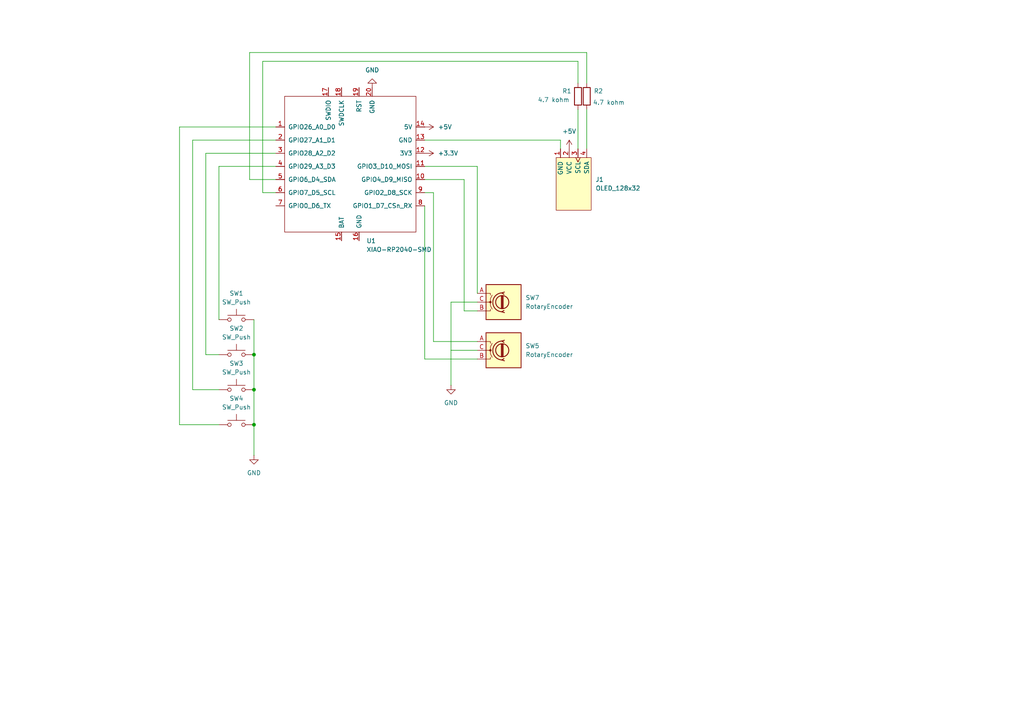
<source format=kicad_sch>
(kicad_sch
	(version 20250114)
	(generator "eeschema")
	(generator_version "9.0")
	(uuid "1273d0e5-d1d8-4738-bf7e-6ebad20e0469")
	(paper "A4")
	(lib_symbols
		(symbol "Device:R"
			(pin_numbers
				(hide yes)
			)
			(pin_names
				(offset 0)
			)
			(exclude_from_sim no)
			(in_bom yes)
			(on_board yes)
			(property "Reference" "R"
				(at 2.032 0 90)
				(effects
					(font
						(size 1.27 1.27)
					)
				)
			)
			(property "Value" "R"
				(at 0 0 90)
				(effects
					(font
						(size 1.27 1.27)
					)
				)
			)
			(property "Footprint" ""
				(at -1.778 0 90)
				(effects
					(font
						(size 1.27 1.27)
					)
					(hide yes)
				)
			)
			(property "Datasheet" "~"
				(at 0 0 0)
				(effects
					(font
						(size 1.27 1.27)
					)
					(hide yes)
				)
			)
			(property "Description" "Resistor"
				(at 0 0 0)
				(effects
					(font
						(size 1.27 1.27)
					)
					(hide yes)
				)
			)
			(property "ki_keywords" "R res resistor"
				(at 0 0 0)
				(effects
					(font
						(size 1.27 1.27)
					)
					(hide yes)
				)
			)
			(property "ki_fp_filters" "R_*"
				(at 0 0 0)
				(effects
					(font
						(size 1.27 1.27)
					)
					(hide yes)
				)
			)
			(symbol "R_0_1"
				(rectangle
					(start -1.016 -2.54)
					(end 1.016 2.54)
					(stroke
						(width 0.254)
						(type default)
					)
					(fill
						(type none)
					)
				)
			)
			(symbol "R_1_1"
				(pin passive line
					(at 0 3.81 270)
					(length 1.27)
					(name "~"
						(effects
							(font
								(size 1.27 1.27)
							)
						)
					)
					(number "1"
						(effects
							(font
								(size 1.27 1.27)
							)
						)
					)
				)
				(pin passive line
					(at 0 -3.81 90)
					(length 1.27)
					(name "~"
						(effects
							(font
								(size 1.27 1.27)
							)
						)
					)
					(number "2"
						(effects
							(font
								(size 1.27 1.27)
							)
						)
					)
				)
			)
			(embedded_fonts no)
		)
		(symbol "Device:RotaryEncoder"
			(pin_names
				(offset 0.254)
				(hide yes)
			)
			(exclude_from_sim no)
			(in_bom yes)
			(on_board yes)
			(property "Reference" "SW"
				(at 0 6.604 0)
				(effects
					(font
						(size 1.27 1.27)
					)
				)
			)
			(property "Value" "RotaryEncoder"
				(at 0 -6.604 0)
				(effects
					(font
						(size 1.27 1.27)
					)
				)
			)
			(property "Footprint" ""
				(at -3.81 4.064 0)
				(effects
					(font
						(size 1.27 1.27)
					)
					(hide yes)
				)
			)
			(property "Datasheet" "~"
				(at 0 6.604 0)
				(effects
					(font
						(size 1.27 1.27)
					)
					(hide yes)
				)
			)
			(property "Description" "Rotary encoder, dual channel, incremental quadrate outputs"
				(at 0 0 0)
				(effects
					(font
						(size 1.27 1.27)
					)
					(hide yes)
				)
			)
			(property "ki_keywords" "rotary switch encoder"
				(at 0 0 0)
				(effects
					(font
						(size 1.27 1.27)
					)
					(hide yes)
				)
			)
			(property "ki_fp_filters" "RotaryEncoder*"
				(at 0 0 0)
				(effects
					(font
						(size 1.27 1.27)
					)
					(hide yes)
				)
			)
			(symbol "RotaryEncoder_0_1"
				(rectangle
					(start -5.08 5.08)
					(end 5.08 -5.08)
					(stroke
						(width 0.254)
						(type default)
					)
					(fill
						(type background)
					)
				)
				(polyline
					(pts
						(xy -5.08 2.54) (xy -3.81 2.54) (xy -3.81 2.032)
					)
					(stroke
						(width 0)
						(type default)
					)
					(fill
						(type none)
					)
				)
				(polyline
					(pts
						(xy -5.08 0) (xy -3.81 0) (xy -3.81 -1.016) (xy -3.302 -2.032)
					)
					(stroke
						(width 0)
						(type default)
					)
					(fill
						(type none)
					)
				)
				(polyline
					(pts
						(xy -5.08 -2.54) (xy -3.81 -2.54) (xy -3.81 -2.032)
					)
					(stroke
						(width 0)
						(type default)
					)
					(fill
						(type none)
					)
				)
				(polyline
					(pts
						(xy -4.318 0) (xy -3.81 0) (xy -3.81 1.016) (xy -3.302 2.032)
					)
					(stroke
						(width 0)
						(type default)
					)
					(fill
						(type none)
					)
				)
				(circle
					(center -3.81 0)
					(radius 0.254)
					(stroke
						(width 0)
						(type default)
					)
					(fill
						(type outline)
					)
				)
				(polyline
					(pts
						(xy -0.635 -1.778) (xy -0.635 1.778)
					)
					(stroke
						(width 0.254)
						(type default)
					)
					(fill
						(type none)
					)
				)
				(circle
					(center -0.381 0)
					(radius 1.905)
					(stroke
						(width 0.254)
						(type default)
					)
					(fill
						(type none)
					)
				)
				(polyline
					(pts
						(xy -0.381 -1.778) (xy -0.381 1.778)
					)
					(stroke
						(width 0.254)
						(type default)
					)
					(fill
						(type none)
					)
				)
				(arc
					(start -0.381 -2.794)
					(mid -3.0988 -0.0635)
					(end -0.381 2.667)
					(stroke
						(width 0.254)
						(type default)
					)
					(fill
						(type none)
					)
				)
				(polyline
					(pts
						(xy -0.127 1.778) (xy -0.127 -1.778)
					)
					(stroke
						(width 0.254)
						(type default)
					)
					(fill
						(type none)
					)
				)
				(polyline
					(pts
						(xy 0.254 2.921) (xy -0.508 2.667) (xy 0.127 2.286)
					)
					(stroke
						(width 0.254)
						(type default)
					)
					(fill
						(type none)
					)
				)
				(polyline
					(pts
						(xy 0.254 -3.048) (xy -0.508 -2.794) (xy 0.127 -2.413)
					)
					(stroke
						(width 0.254)
						(type default)
					)
					(fill
						(type none)
					)
				)
			)
			(symbol "RotaryEncoder_1_1"
				(pin passive line
					(at -7.62 2.54 0)
					(length 2.54)
					(name "A"
						(effects
							(font
								(size 1.27 1.27)
							)
						)
					)
					(number "A"
						(effects
							(font
								(size 1.27 1.27)
							)
						)
					)
				)
				(pin passive line
					(at -7.62 0 0)
					(length 2.54)
					(name "C"
						(effects
							(font
								(size 1.27 1.27)
							)
						)
					)
					(number "C"
						(effects
							(font
								(size 1.27 1.27)
							)
						)
					)
				)
				(pin passive line
					(at -7.62 -2.54 0)
					(length 2.54)
					(name "B"
						(effects
							(font
								(size 1.27 1.27)
							)
						)
					)
					(number "B"
						(effects
							(font
								(size 1.27 1.27)
							)
						)
					)
				)
			)
			(embedded_fonts no)
		)
		(symbol "Hackpad:XIAO-RP2040-SMD"
			(pin_names
				(offset 1.016)
			)
			(exclude_from_sim no)
			(in_bom yes)
			(on_board yes)
			(property "Reference" "U"
				(at -18.542 23.114 0)
				(effects
					(font
						(size 1.27 1.27)
					)
				)
			)
			(property "Value" "XIAO-RP2040-SMD"
				(at -8.382 21.336 0)
				(effects
					(font
						(size 1.27 1.27)
					)
				)
			)
			(property "Footprint" ""
				(at -8.89 5.08 0)
				(effects
					(font
						(size 1.27 1.27)
					)
					(hide yes)
				)
			)
			(property "Datasheet" ""
				(at -8.89 5.08 0)
				(effects
					(font
						(size 1.27 1.27)
					)
					(hide yes)
				)
			)
			(property "Description" ""
				(at 0 0 0)
				(effects
					(font
						(size 1.27 1.27)
					)
					(hide yes)
				)
			)
			(symbol "XIAO-RP2040-SMD_0_1"
				(rectangle
					(start 19.05 -19.05)
					(end -19.05 20.32)
					(stroke
						(width 0)
						(type default)
					)
					(fill
						(type none)
					)
				)
			)
			(symbol "XIAO-RP2040-SMD_1_1"
				(pin passive line
					(at -21.59 11.43 0)
					(length 2.54)
					(name "GPIO26_A0_D0"
						(effects
							(font
								(size 1.27 1.27)
							)
						)
					)
					(number "1"
						(effects
							(font
								(size 1.27 1.27)
							)
						)
					)
				)
				(pin passive line
					(at -21.59 7.62 0)
					(length 2.54)
					(name "GPIO27_A1_D1"
						(effects
							(font
								(size 1.27 1.27)
							)
						)
					)
					(number "2"
						(effects
							(font
								(size 1.27 1.27)
							)
						)
					)
				)
				(pin passive line
					(at -21.59 3.81 0)
					(length 2.54)
					(name "GPIO28_A2_D2"
						(effects
							(font
								(size 1.27 1.27)
							)
						)
					)
					(number "3"
						(effects
							(font
								(size 1.27 1.27)
							)
						)
					)
				)
				(pin passive line
					(at -21.59 0 0)
					(length 2.54)
					(name "GPIO29_A3_D3"
						(effects
							(font
								(size 1.27 1.27)
							)
						)
					)
					(number "4"
						(effects
							(font
								(size 1.27 1.27)
							)
						)
					)
				)
				(pin passive line
					(at -21.59 -3.81 0)
					(length 2.54)
					(name "GPIO6_D4_SDA"
						(effects
							(font
								(size 1.27 1.27)
							)
						)
					)
					(number "5"
						(effects
							(font
								(size 1.27 1.27)
							)
						)
					)
				)
				(pin passive line
					(at -21.59 -7.62 0)
					(length 2.54)
					(name "GPIO7_D5_SCL"
						(effects
							(font
								(size 1.27 1.27)
							)
						)
					)
					(number "6"
						(effects
							(font
								(size 1.27 1.27)
							)
						)
					)
				)
				(pin passive line
					(at -21.59 -11.43 0)
					(length 2.54)
					(name "GPIO0_D6_TX"
						(effects
							(font
								(size 1.27 1.27)
							)
						)
					)
					(number "7"
						(effects
							(font
								(size 1.27 1.27)
							)
						)
					)
				)
				(pin passive line
					(at -6.35 22.86 270)
					(length 2.54)
					(name "SWDIO"
						(effects
							(font
								(size 1.27 1.27)
							)
						)
					)
					(number "17"
						(effects
							(font
								(size 1.27 1.27)
							)
						)
					)
				)
				(pin passive line
					(at -2.54 22.86 270)
					(length 2.54)
					(name "SWDCLK"
						(effects
							(font
								(size 1.27 1.27)
							)
						)
					)
					(number "18"
						(effects
							(font
								(size 1.27 1.27)
							)
						)
					)
				)
				(pin passive line
					(at -2.54 -21.59 90)
					(length 2.54)
					(name "BAT"
						(effects
							(font
								(size 1.27 1.27)
							)
						)
					)
					(number "15"
						(effects
							(font
								(size 1.27 1.27)
							)
						)
					)
				)
				(pin passive line
					(at 2.54 22.86 270)
					(length 2.54)
					(name "RST"
						(effects
							(font
								(size 1.27 1.27)
							)
						)
					)
					(number "19"
						(effects
							(font
								(size 1.27 1.27)
							)
						)
					)
				)
				(pin passive line
					(at 2.54 -21.59 90)
					(length 2.54)
					(name "GND"
						(effects
							(font
								(size 1.27 1.27)
							)
						)
					)
					(number "16"
						(effects
							(font
								(size 1.27 1.27)
							)
						)
					)
				)
				(pin passive line
					(at 6.35 22.86 270)
					(length 2.54)
					(name "GND"
						(effects
							(font
								(size 1.27 1.27)
							)
						)
					)
					(number "20"
						(effects
							(font
								(size 1.27 1.27)
							)
						)
					)
				)
				(pin passive line
					(at 21.59 11.43 180)
					(length 2.54)
					(name "5V"
						(effects
							(font
								(size 1.27 1.27)
							)
						)
					)
					(number "14"
						(effects
							(font
								(size 1.27 1.27)
							)
						)
					)
				)
				(pin passive line
					(at 21.59 7.62 180)
					(length 2.54)
					(name "GND"
						(effects
							(font
								(size 1.27 1.27)
							)
						)
					)
					(number "13"
						(effects
							(font
								(size 1.27 1.27)
							)
						)
					)
				)
				(pin passive line
					(at 21.59 3.81 180)
					(length 2.54)
					(name "3V3"
						(effects
							(font
								(size 1.27 1.27)
							)
						)
					)
					(number "12"
						(effects
							(font
								(size 1.27 1.27)
							)
						)
					)
				)
				(pin passive line
					(at 21.59 0 180)
					(length 2.54)
					(name "GPIO3_D10_MOSI"
						(effects
							(font
								(size 1.27 1.27)
							)
						)
					)
					(number "11"
						(effects
							(font
								(size 1.27 1.27)
							)
						)
					)
				)
				(pin passive line
					(at 21.59 -3.81 180)
					(length 2.54)
					(name "GPIO4_D9_MISO"
						(effects
							(font
								(size 1.27 1.27)
							)
						)
					)
					(number "10"
						(effects
							(font
								(size 1.27 1.27)
							)
						)
					)
				)
				(pin passive line
					(at 21.59 -7.62 180)
					(length 2.54)
					(name "GPIO2_D8_SCK"
						(effects
							(font
								(size 1.27 1.27)
							)
						)
					)
					(number "9"
						(effects
							(font
								(size 1.27 1.27)
							)
						)
					)
				)
				(pin passive line
					(at 21.59 -11.43 180)
					(length 2.54)
					(name "GPIO1_D7_CSn_RX"
						(effects
							(font
								(size 1.27 1.27)
							)
						)
					)
					(number "8"
						(effects
							(font
								(size 1.27 1.27)
							)
						)
					)
				)
			)
			(embedded_fonts no)
		)
		(symbol "ScottoKeebs:OLED_128x32"
			(pin_names
				(offset 1.016)
			)
			(exclude_from_sim no)
			(in_bom yes)
			(on_board yes)
			(property "Reference" "J"
				(at 0 -6.35 0)
				(effects
					(font
						(size 1.27 1.27)
					)
				)
			)
			(property "Value" "OLED_128x32"
				(at 0 6.35 0)
				(effects
					(font
						(size 1.27 1.27)
					)
				)
			)
			(property "Footprint" "ScottoKeebs_Components:OLED_128x32"
				(at 0 8.89 0)
				(effects
					(font
						(size 1.27 1.27)
					)
					(hide yes)
				)
			)
			(property "Datasheet" ""
				(at 0 1.27 0)
				(effects
					(font
						(size 1.27 1.27)
					)
					(hide yes)
				)
			)
			(property "Description" ""
				(at 0 0 0)
				(effects
					(font
						(size 1.27 1.27)
					)
					(hide yes)
				)
			)
			(symbol "OLED_128x32_0_1"
				(rectangle
					(start 0 5.08)
					(end 15.24 -5.08)
					(stroke
						(width 0)
						(type default)
					)
					(fill
						(type background)
					)
				)
			)
			(symbol "OLED_128x32_1_1"
				(pin bidirectional line
					(at -2.54 3.81 0)
					(length 2.54)
					(name "SDA"
						(effects
							(font
								(size 1.27 1.27)
							)
						)
					)
					(number "4"
						(effects
							(font
								(size 1.27 1.27)
							)
						)
					)
				)
				(pin input clock
					(at -2.54 1.27 0)
					(length 2.54)
					(name "SCL"
						(effects
							(font
								(size 1.27 1.27)
							)
						)
					)
					(number "3"
						(effects
							(font
								(size 1.27 1.27)
							)
						)
					)
				)
				(pin power_in line
					(at -2.54 -1.27 0)
					(length 2.54)
					(name "VCC"
						(effects
							(font
								(size 1.27 1.27)
							)
						)
					)
					(number "2"
						(effects
							(font
								(size 1.27 1.27)
							)
						)
					)
				)
				(pin power_in line
					(at -2.54 -3.81 0)
					(length 2.54)
					(name "GND"
						(effects
							(font
								(size 1.27 1.27)
							)
						)
					)
					(number "1"
						(effects
							(font
								(size 1.27 1.27)
							)
						)
					)
				)
			)
			(embedded_fonts no)
		)
		(symbol "Switch:SW_Push"
			(pin_numbers
				(hide yes)
			)
			(pin_names
				(offset 1.016)
				(hide yes)
			)
			(exclude_from_sim no)
			(in_bom yes)
			(on_board yes)
			(property "Reference" "SW"
				(at 1.27 2.54 0)
				(effects
					(font
						(size 1.27 1.27)
					)
					(justify left)
				)
			)
			(property "Value" "SW_Push"
				(at 0 -1.524 0)
				(effects
					(font
						(size 1.27 1.27)
					)
				)
			)
			(property "Footprint" ""
				(at 0 5.08 0)
				(effects
					(font
						(size 1.27 1.27)
					)
					(hide yes)
				)
			)
			(property "Datasheet" "~"
				(at 0 5.08 0)
				(effects
					(font
						(size 1.27 1.27)
					)
					(hide yes)
				)
			)
			(property "Description" "Push button switch, generic, two pins"
				(at 0 0 0)
				(effects
					(font
						(size 1.27 1.27)
					)
					(hide yes)
				)
			)
			(property "ki_keywords" "switch normally-open pushbutton push-button"
				(at 0 0 0)
				(effects
					(font
						(size 1.27 1.27)
					)
					(hide yes)
				)
			)
			(symbol "SW_Push_0_1"
				(circle
					(center -2.032 0)
					(radius 0.508)
					(stroke
						(width 0)
						(type default)
					)
					(fill
						(type none)
					)
				)
				(polyline
					(pts
						(xy 0 1.27) (xy 0 3.048)
					)
					(stroke
						(width 0)
						(type default)
					)
					(fill
						(type none)
					)
				)
				(circle
					(center 2.032 0)
					(radius 0.508)
					(stroke
						(width 0)
						(type default)
					)
					(fill
						(type none)
					)
				)
				(polyline
					(pts
						(xy 2.54 1.27) (xy -2.54 1.27)
					)
					(stroke
						(width 0)
						(type default)
					)
					(fill
						(type none)
					)
				)
				(pin passive line
					(at -5.08 0 0)
					(length 2.54)
					(name "1"
						(effects
							(font
								(size 1.27 1.27)
							)
						)
					)
					(number "1"
						(effects
							(font
								(size 1.27 1.27)
							)
						)
					)
				)
				(pin passive line
					(at 5.08 0 180)
					(length 2.54)
					(name "2"
						(effects
							(font
								(size 1.27 1.27)
							)
						)
					)
					(number "2"
						(effects
							(font
								(size 1.27 1.27)
							)
						)
					)
				)
			)
			(embedded_fonts no)
		)
		(symbol "power:+3.3V"
			(power)
			(pin_numbers
				(hide yes)
			)
			(pin_names
				(offset 0)
				(hide yes)
			)
			(exclude_from_sim no)
			(in_bom yes)
			(on_board yes)
			(property "Reference" "#PWR"
				(at 0 -3.81 0)
				(effects
					(font
						(size 1.27 1.27)
					)
					(hide yes)
				)
			)
			(property "Value" "+3.3V"
				(at 0 3.556 0)
				(effects
					(font
						(size 1.27 1.27)
					)
				)
			)
			(property "Footprint" ""
				(at 0 0 0)
				(effects
					(font
						(size 1.27 1.27)
					)
					(hide yes)
				)
			)
			(property "Datasheet" ""
				(at 0 0 0)
				(effects
					(font
						(size 1.27 1.27)
					)
					(hide yes)
				)
			)
			(property "Description" "Power symbol creates a global label with name \"+3.3V\""
				(at 0 0 0)
				(effects
					(font
						(size 1.27 1.27)
					)
					(hide yes)
				)
			)
			(property "ki_keywords" "global power"
				(at 0 0 0)
				(effects
					(font
						(size 1.27 1.27)
					)
					(hide yes)
				)
			)
			(symbol "+3.3V_0_1"
				(polyline
					(pts
						(xy -0.762 1.27) (xy 0 2.54)
					)
					(stroke
						(width 0)
						(type default)
					)
					(fill
						(type none)
					)
				)
				(polyline
					(pts
						(xy 0 2.54) (xy 0.762 1.27)
					)
					(stroke
						(width 0)
						(type default)
					)
					(fill
						(type none)
					)
				)
				(polyline
					(pts
						(xy 0 0) (xy 0 2.54)
					)
					(stroke
						(width 0)
						(type default)
					)
					(fill
						(type none)
					)
				)
			)
			(symbol "+3.3V_1_1"
				(pin power_in line
					(at 0 0 90)
					(length 0)
					(name "~"
						(effects
							(font
								(size 1.27 1.27)
							)
						)
					)
					(number "1"
						(effects
							(font
								(size 1.27 1.27)
							)
						)
					)
				)
			)
			(embedded_fonts no)
		)
		(symbol "power:+5V"
			(power)
			(pin_numbers
				(hide yes)
			)
			(pin_names
				(offset 0)
				(hide yes)
			)
			(exclude_from_sim no)
			(in_bom yes)
			(on_board yes)
			(property "Reference" "#PWR"
				(at 0 -3.81 0)
				(effects
					(font
						(size 1.27 1.27)
					)
					(hide yes)
				)
			)
			(property "Value" "+5V"
				(at 0 3.556 0)
				(effects
					(font
						(size 1.27 1.27)
					)
				)
			)
			(property "Footprint" ""
				(at 0 0 0)
				(effects
					(font
						(size 1.27 1.27)
					)
					(hide yes)
				)
			)
			(property "Datasheet" ""
				(at 0 0 0)
				(effects
					(font
						(size 1.27 1.27)
					)
					(hide yes)
				)
			)
			(property "Description" "Power symbol creates a global label with name \"+5V\""
				(at 0 0 0)
				(effects
					(font
						(size 1.27 1.27)
					)
					(hide yes)
				)
			)
			(property "ki_keywords" "global power"
				(at 0 0 0)
				(effects
					(font
						(size 1.27 1.27)
					)
					(hide yes)
				)
			)
			(symbol "+5V_0_1"
				(polyline
					(pts
						(xy -0.762 1.27) (xy 0 2.54)
					)
					(stroke
						(width 0)
						(type default)
					)
					(fill
						(type none)
					)
				)
				(polyline
					(pts
						(xy 0 2.54) (xy 0.762 1.27)
					)
					(stroke
						(width 0)
						(type default)
					)
					(fill
						(type none)
					)
				)
				(polyline
					(pts
						(xy 0 0) (xy 0 2.54)
					)
					(stroke
						(width 0)
						(type default)
					)
					(fill
						(type none)
					)
				)
			)
			(symbol "+5V_1_1"
				(pin power_in line
					(at 0 0 90)
					(length 0)
					(name "~"
						(effects
							(font
								(size 1.27 1.27)
							)
						)
					)
					(number "1"
						(effects
							(font
								(size 1.27 1.27)
							)
						)
					)
				)
			)
			(embedded_fonts no)
		)
		(symbol "power:GND"
			(power)
			(pin_numbers
				(hide yes)
			)
			(pin_names
				(offset 0)
				(hide yes)
			)
			(exclude_from_sim no)
			(in_bom yes)
			(on_board yes)
			(property "Reference" "#PWR"
				(at 0 -6.35 0)
				(effects
					(font
						(size 1.27 1.27)
					)
					(hide yes)
				)
			)
			(property "Value" "GND"
				(at 0 -3.81 0)
				(effects
					(font
						(size 1.27 1.27)
					)
				)
			)
			(property "Footprint" ""
				(at 0 0 0)
				(effects
					(font
						(size 1.27 1.27)
					)
					(hide yes)
				)
			)
			(property "Datasheet" ""
				(at 0 0 0)
				(effects
					(font
						(size 1.27 1.27)
					)
					(hide yes)
				)
			)
			(property "Description" "Power symbol creates a global label with name \"GND\" , ground"
				(at 0 0 0)
				(effects
					(font
						(size 1.27 1.27)
					)
					(hide yes)
				)
			)
			(property "ki_keywords" "global power"
				(at 0 0 0)
				(effects
					(font
						(size 1.27 1.27)
					)
					(hide yes)
				)
			)
			(symbol "GND_0_1"
				(polyline
					(pts
						(xy 0 0) (xy 0 -1.27) (xy 1.27 -1.27) (xy 0 -2.54) (xy -1.27 -1.27) (xy 0 -1.27)
					)
					(stroke
						(width 0)
						(type default)
					)
					(fill
						(type none)
					)
				)
			)
			(symbol "GND_1_1"
				(pin power_in line
					(at 0 0 270)
					(length 0)
					(name "~"
						(effects
							(font
								(size 1.27 1.27)
							)
						)
					)
					(number "1"
						(effects
							(font
								(size 1.27 1.27)
							)
						)
					)
				)
			)
			(embedded_fonts no)
		)
	)
	(junction
		(at 73.66 102.87)
		(diameter 0)
		(color 0 0 0 0)
		(uuid "547da3d2-b4da-445f-aa12-aeb13b17d031")
	)
	(junction
		(at 73.66 123.19)
		(diameter 0)
		(color 0 0 0 0)
		(uuid "86ec0108-6421-4355-b14f-8c14beb2eed4")
	)
	(junction
		(at 73.66 113.03)
		(diameter 0)
		(color 0 0 0 0)
		(uuid "bb9e0d72-0557-45ba-9deb-d714ed2ac5cd")
	)
	(wire
		(pts
			(xy 52.07 36.83) (xy 80.01 36.83)
		)
		(stroke
			(width 0)
			(type default)
		)
		(uuid "02c73790-94e7-418d-b3a3-c41284bbab0d")
	)
	(wire
		(pts
			(xy 125.73 99.06) (xy 138.43 99.06)
		)
		(stroke
			(width 0)
			(type default)
		)
		(uuid "0625f144-f0b2-4f20-ae5b-ebb2fefd8ba0")
	)
	(wire
		(pts
			(xy 138.43 85.09) (xy 138.43 48.26)
		)
		(stroke
			(width 0)
			(type default)
		)
		(uuid "14bc91ae-9bbe-4fd0-a1fd-fc6879bb64ad")
	)
	(wire
		(pts
			(xy 167.64 17.78) (xy 167.64 24.13)
		)
		(stroke
			(width 0)
			(type default)
		)
		(uuid "1566a6a3-bda2-4e83-9f58-ceda4c7f76cb")
	)
	(wire
		(pts
			(xy 73.66 102.87) (xy 73.66 113.03)
		)
		(stroke
			(width 0)
			(type default)
		)
		(uuid "15df1719-6e8a-428f-a830-1b5444d261b1")
	)
	(wire
		(pts
			(xy 72.39 52.07) (xy 80.01 52.07)
		)
		(stroke
			(width 0)
			(type default)
		)
		(uuid "213b6110-dc12-4612-bacb-0e8381f88eb3")
	)
	(wire
		(pts
			(xy 123.19 40.64) (xy 162.56 40.64)
		)
		(stroke
			(width 0)
			(type default)
		)
		(uuid "2bca8afd-f08d-495f-9a34-8d7d623168ba")
	)
	(wire
		(pts
			(xy 55.88 40.64) (xy 80.01 40.64)
		)
		(stroke
			(width 0)
			(type default)
		)
		(uuid "2e8099db-442b-4cd3-9702-5a66f2278507")
	)
	(wire
		(pts
			(xy 55.88 40.64) (xy 55.88 113.03)
		)
		(stroke
			(width 0)
			(type default)
		)
		(uuid "33fab002-9ee9-4247-9984-0dc44d1f4983")
	)
	(wire
		(pts
			(xy 72.39 15.24) (xy 72.39 52.07)
		)
		(stroke
			(width 0)
			(type default)
		)
		(uuid "38496290-0478-402d-841e-70828e374ece")
	)
	(wire
		(pts
			(xy 134.62 90.17) (xy 134.62 52.07)
		)
		(stroke
			(width 0)
			(type default)
		)
		(uuid "3e7bf910-9c65-4d6d-9774-0ad23c529488")
	)
	(wire
		(pts
			(xy 170.18 31.75) (xy 170.18 43.18)
		)
		(stroke
			(width 0)
			(type default)
		)
		(uuid "494e5b4d-32ad-4ccf-9cad-bc225f01faa8")
	)
	(wire
		(pts
			(xy 73.66 92.71) (xy 73.66 102.87)
		)
		(stroke
			(width 0)
			(type default)
		)
		(uuid "49663aa3-5916-411b-b8d2-753953146df9")
	)
	(wire
		(pts
			(xy 63.5 48.26) (xy 63.5 92.71)
		)
		(stroke
			(width 0)
			(type default)
		)
		(uuid "50c80dfc-d278-4e39-aa07-b7ae8e80d541")
	)
	(wire
		(pts
			(xy 125.73 99.06) (xy 125.73 55.88)
		)
		(stroke
			(width 0)
			(type default)
		)
		(uuid "5439f249-4d91-4813-9b47-96b50f1291af")
	)
	(wire
		(pts
			(xy 130.81 87.63) (xy 138.43 87.63)
		)
		(stroke
			(width 0)
			(type default)
		)
		(uuid "5b881be7-4bdb-438f-98c4-3ac950e677b3")
	)
	(wire
		(pts
			(xy 76.2 17.78) (xy 76.2 55.88)
		)
		(stroke
			(width 0)
			(type default)
		)
		(uuid "6357b131-1255-4f18-9466-46e2e398da30")
	)
	(wire
		(pts
			(xy 170.18 15.24) (xy 170.18 24.13)
		)
		(stroke
			(width 0)
			(type default)
		)
		(uuid "63bfb7fd-f3f3-4874-8c50-fcc3c3ccd7ce")
	)
	(wire
		(pts
			(xy 59.69 44.45) (xy 59.69 102.87)
		)
		(stroke
			(width 0)
			(type default)
		)
		(uuid "72c25905-0972-484c-9e8e-1cb8b685ee9f")
	)
	(wire
		(pts
			(xy 63.5 48.26) (xy 80.01 48.26)
		)
		(stroke
			(width 0)
			(type default)
		)
		(uuid "91f33494-8709-48c0-9b3d-a4e45e7533ec")
	)
	(wire
		(pts
			(xy 59.69 44.45) (xy 80.01 44.45)
		)
		(stroke
			(width 0)
			(type default)
		)
		(uuid "947ff3b3-5fc6-4ba6-8530-c6dd1bd52fa1")
	)
	(wire
		(pts
			(xy 73.66 123.19) (xy 73.66 132.08)
		)
		(stroke
			(width 0)
			(type default)
		)
		(uuid "979a441d-f218-430f-b005-bbf156bc4082")
	)
	(wire
		(pts
			(xy 73.66 113.03) (xy 73.66 123.19)
		)
		(stroke
			(width 0)
			(type default)
		)
		(uuid "9802adec-7877-40aa-8d5f-8f1763a1513c")
	)
	(wire
		(pts
			(xy 170.18 15.24) (xy 72.39 15.24)
		)
		(stroke
			(width 0)
			(type default)
		)
		(uuid "9fc63ac9-4226-491f-abc9-47c5ef5c7d92")
	)
	(wire
		(pts
			(xy 125.73 55.88) (xy 123.19 55.88)
		)
		(stroke
			(width 0)
			(type default)
		)
		(uuid "a2e9214c-9a42-4292-afa0-493e998d2a27")
	)
	(wire
		(pts
			(xy 130.803 101.6) (xy 130.803 111.76)
		)
		(stroke
			(width 0)
			(type default)
		)
		(uuid "b210e85b-e9eb-4ddf-b826-af0f2e05629e")
	)
	(wire
		(pts
			(xy 63.5 113.03) (xy 55.88 113.03)
		)
		(stroke
			(width 0)
			(type default)
		)
		(uuid "b23d2995-adfc-4803-a552-6b41af1add20")
	)
	(wire
		(pts
			(xy 63.5 102.87) (xy 59.69 102.87)
		)
		(stroke
			(width 0)
			(type default)
		)
		(uuid "b2884853-fe24-4d5d-8c9b-bbc09bb5fd8e")
	)
	(wire
		(pts
			(xy 76.2 55.88) (xy 80.01 55.88)
		)
		(stroke
			(width 0)
			(type default)
		)
		(uuid "b4ea2f61-b679-4c5d-ad2f-4a4148a659c6")
	)
	(wire
		(pts
			(xy 138.43 48.26) (xy 123.19 48.26)
		)
		(stroke
			(width 0)
			(type default)
		)
		(uuid "bd57a628-01d9-4e13-91cd-940febd582a8")
	)
	(wire
		(pts
			(xy 52.07 36.83) (xy 52.07 123.19)
		)
		(stroke
			(width 0)
			(type default)
		)
		(uuid "cc2b9dc6-7c44-4055-a29f-2d368b92980b")
	)
	(wire
		(pts
			(xy 167.64 31.75) (xy 167.64 43.18)
		)
		(stroke
			(width 0)
			(type default)
		)
		(uuid "d0743bdd-75f6-40ec-8091-5f27affa168c")
	)
	(wire
		(pts
			(xy 138.43 90.17) (xy 134.62 90.17)
		)
		(stroke
			(width 0)
			(type default)
		)
		(uuid "e389ad03-3eac-4f5b-ae7d-dae3e9a9f1dd")
	)
	(wire
		(pts
			(xy 123.19 104.14) (xy 138.43 104.14)
		)
		(stroke
			(width 0)
			(type default)
		)
		(uuid "e515084c-08bd-4b67-b2ad-8babafcfe5e6")
	)
	(wire
		(pts
			(xy 130.81 87.63) (xy 130.81 101.6)
		)
		(stroke
			(width 0)
			(type default)
		)
		(uuid "ea97f77e-1849-4326-a1f3-ab0dc3de45fa")
	)
	(wire
		(pts
			(xy 52.07 123.19) (xy 63.5 123.19)
		)
		(stroke
			(width 0)
			(type default)
		)
		(uuid "ec391205-bc3d-4801-bc5f-f2d816214048")
	)
	(wire
		(pts
			(xy 123.19 59.69) (xy 123.19 104.14)
		)
		(stroke
			(width 0)
			(type default)
		)
		(uuid "f2208107-dbde-4484-9365-7f413d2926f6")
	)
	(wire
		(pts
			(xy 134.62 52.07) (xy 123.19 52.07)
		)
		(stroke
			(width 0)
			(type default)
		)
		(uuid "f7a68648-e7d6-43d3-932f-9b63a69a44dc")
	)
	(wire
		(pts
			(xy 130.81 101.6) (xy 138.43 101.6)
		)
		(stroke
			(width 0)
			(type default)
		)
		(uuid "f7ce1c0a-f963-43ca-940c-d761170e37bf")
	)
	(wire
		(pts
			(xy 162.56 40.64) (xy 162.56 43.18)
		)
		(stroke
			(width 0)
			(type default)
		)
		(uuid "fa31b1c9-a567-440f-9849-ebececda9152")
	)
	(wire
		(pts
			(xy 167.64 17.78) (xy 76.2 17.78)
		)
		(stroke
			(width 0)
			(type default)
		)
		(uuid "fb20863a-f9fb-44b0-b045-a0ad38fc04d3")
	)
	(symbol
		(lib_id "ScottoKeebs:OLED_128x32")
		(at 166.37 45.72 270)
		(unit 1)
		(exclude_from_sim no)
		(in_bom yes)
		(on_board yes)
		(dnp no)
		(fields_autoplaced yes)
		(uuid "100e1863-f357-46c4-a888-d5bfc4a74518")
		(property "Reference" "J1"
			(at 172.72 52.0699 90)
			(effects
				(font
					(size 1.27 1.27)
				)
				(justify left)
			)
		)
		(property "Value" "OLED_128x32"
			(at 172.72 54.6099 90)
			(effects
				(font
					(size 1.27 1.27)
				)
				(justify left)
			)
		)
		(property "Footprint" "ScottoKeebs_Components:OLED_128x32"
			(at 175.26 45.72 0)
			(effects
				(font
					(size 1.27 1.27)
				)
				(hide yes)
			)
		)
		(property "Datasheet" ""
			(at 167.64 45.72 0)
			(effects
				(font
					(size 1.27 1.27)
				)
				(hide yes)
			)
		)
		(property "Description" ""
			(at 166.37 45.72 0)
			(effects
				(font
					(size 1.27 1.27)
				)
				(hide yes)
			)
		)
		(pin "4"
			(uuid "84c36a7b-72f8-4b0e-a81b-a85c5944dd90")
		)
		(pin "3"
			(uuid "31101e07-ad82-4f51-8668-da52898dcb69")
		)
		(pin "2"
			(uuid "13139b54-d77d-4c18-8740-4f1bae56c5aa")
		)
		(pin "1"
			(uuid "7b0d8983-76aa-4209-b79e-156d6e978093")
		)
		(instances
			(project ""
				(path "/1273d0e5-d1d8-4738-bf7e-6ebad20e0469"
					(reference "J1")
					(unit 1)
				)
			)
		)
	)
	(symbol
		(lib_id "Switch:SW_Push")
		(at 68.58 123.19 0)
		(unit 1)
		(exclude_from_sim no)
		(in_bom yes)
		(on_board yes)
		(dnp no)
		(fields_autoplaced yes)
		(uuid "37fd8b38-cc35-435b-96b4-bcbce52305ba")
		(property "Reference" "SW4"
			(at 68.58 115.57 0)
			(effects
				(font
					(size 1.27 1.27)
				)
			)
		)
		(property "Value" "SW_Push"
			(at 68.58 118.11 0)
			(effects
				(font
					(size 1.27 1.27)
				)
			)
		)
		(property "Footprint" "Button_Switch_Keyboard:SW_Cherry_MX_1.00u_PCB"
			(at 68.58 118.11 0)
			(effects
				(font
					(size 1.27 1.27)
				)
				(hide yes)
			)
		)
		(property "Datasheet" "~"
			(at 68.58 118.11 0)
			(effects
				(font
					(size 1.27 1.27)
				)
				(hide yes)
			)
		)
		(property "Description" "Push button switch, generic, two pins"
			(at 68.58 123.19 0)
			(effects
				(font
					(size 1.27 1.27)
				)
				(hide yes)
			)
		)
		(pin "2"
			(uuid "165e395e-b759-4ba5-89b0-69a6a506d457")
		)
		(pin "1"
			(uuid "8a47974f-4234-4f87-a20e-ac3e57759ded")
		)
		(instances
			(project "Kigan's Lifeboard"
				(path "/1273d0e5-d1d8-4738-bf7e-6ebad20e0469"
					(reference "SW4")
					(unit 1)
				)
			)
		)
	)
	(symbol
		(lib_id "Switch:SW_Push")
		(at 68.58 113.03 0)
		(unit 1)
		(exclude_from_sim no)
		(in_bom yes)
		(on_board yes)
		(dnp no)
		(fields_autoplaced yes)
		(uuid "3a27badd-dbf9-4151-9f15-4b0572217ee9")
		(property "Reference" "SW3"
			(at 68.58 105.41 0)
			(effects
				(font
					(size 1.27 1.27)
				)
			)
		)
		(property "Value" "SW_Push"
			(at 68.58 107.95 0)
			(effects
				(font
					(size 1.27 1.27)
				)
			)
		)
		(property "Footprint" "Button_Switch_Keyboard:SW_Cherry_MX_1.00u_PCB"
			(at 68.58 107.95 0)
			(effects
				(font
					(size 1.27 1.27)
				)
				(hide yes)
			)
		)
		(property "Datasheet" "~"
			(at 68.58 107.95 0)
			(effects
				(font
					(size 1.27 1.27)
				)
				(hide yes)
			)
		)
		(property "Description" "Push button switch, generic, two pins"
			(at 68.58 113.03 0)
			(effects
				(font
					(size 1.27 1.27)
				)
				(hide yes)
			)
		)
		(pin "2"
			(uuid "31314f24-ffca-4680-83cc-0ed827bd8003")
		)
		(pin "1"
			(uuid "196dd92e-62e6-40ef-89dc-ec279181a8bd")
		)
		(instances
			(project "Kigan's Lifeboard"
				(path "/1273d0e5-d1d8-4738-bf7e-6ebad20e0469"
					(reference "SW3")
					(unit 1)
				)
			)
		)
	)
	(symbol
		(lib_id "power:+5V")
		(at 165.1 43.18 0)
		(unit 1)
		(exclude_from_sim no)
		(in_bom yes)
		(on_board yes)
		(dnp no)
		(fields_autoplaced yes)
		(uuid "4612117e-0bfd-4fa5-b3e4-e2ee8b581e7e")
		(property "Reference" "#PWR06"
			(at 165.1 46.99 0)
			(effects
				(font
					(size 1.27 1.27)
				)
				(hide yes)
			)
		)
		(property "Value" "+5V"
			(at 165.1 38.1 0)
			(effects
				(font
					(size 1.27 1.27)
				)
			)
		)
		(property "Footprint" ""
			(at 165.1 43.18 0)
			(effects
				(font
					(size 1.27 1.27)
				)
				(hide yes)
			)
		)
		(property "Datasheet" ""
			(at 165.1 43.18 0)
			(effects
				(font
					(size 1.27 1.27)
				)
				(hide yes)
			)
		)
		(property "Description" "Power symbol creates a global label with name \"+5V\""
			(at 165.1 43.18 0)
			(effects
				(font
					(size 1.27 1.27)
				)
				(hide yes)
			)
		)
		(pin "1"
			(uuid "2b3fd16a-e407-4d65-af4c-1db8e003de17")
		)
		(instances
			(project ""
				(path "/1273d0e5-d1d8-4738-bf7e-6ebad20e0469"
					(reference "#PWR06")
					(unit 1)
				)
			)
		)
	)
	(symbol
		(lib_id "power:GND")
		(at 73.66 132.08 0)
		(unit 1)
		(exclude_from_sim no)
		(in_bom yes)
		(on_board yes)
		(dnp no)
		(fields_autoplaced yes)
		(uuid "589e72f1-fe2d-4f13-ad3c-50629c5cde41")
		(property "Reference" "#PWR01"
			(at 73.66 138.43 0)
			(effects
				(font
					(size 1.27 1.27)
				)
				(hide yes)
			)
		)
		(property "Value" "GND"
			(at 73.66 137.16 0)
			(effects
				(font
					(size 1.27 1.27)
				)
			)
		)
		(property "Footprint" ""
			(at 73.66 132.08 0)
			(effects
				(font
					(size 1.27 1.27)
				)
				(hide yes)
			)
		)
		(property "Datasheet" ""
			(at 73.66 132.08 0)
			(effects
				(font
					(size 1.27 1.27)
				)
				(hide yes)
			)
		)
		(property "Description" "Power symbol creates a global label with name \"GND\" , ground"
			(at 73.66 132.08 0)
			(effects
				(font
					(size 1.27 1.27)
				)
				(hide yes)
			)
		)
		(pin "1"
			(uuid "22a3f974-8f92-4e72-b29b-0616a8c50bfd")
		)
		(instances
			(project ""
				(path "/1273d0e5-d1d8-4738-bf7e-6ebad20e0469"
					(reference "#PWR01")
					(unit 1)
				)
			)
		)
	)
	(symbol
		(lib_id "power:GND")
		(at 130.81 111.76 0)
		(unit 1)
		(exclude_from_sim no)
		(in_bom yes)
		(on_board yes)
		(dnp no)
		(fields_autoplaced yes)
		(uuid "6a3bf517-5371-4d66-9b63-c6d253eda926")
		(property "Reference" "#PWR04"
			(at 130.81 118.11 0)
			(effects
				(font
					(size 1.27 1.27)
				)
				(hide yes)
			)
		)
		(property "Value" "GND"
			(at 130.81 116.84 0)
			(effects
				(font
					(size 1.27 1.27)
				)
			)
		)
		(property "Footprint" ""
			(at 130.81 111.76 0)
			(effects
				(font
					(size 1.27 1.27)
				)
				(hide yes)
			)
		)
		(property "Datasheet" ""
			(at 130.81 111.76 0)
			(effects
				(font
					(size 1.27 1.27)
				)
				(hide yes)
			)
		)
		(property "Description" "Power symbol creates a global label with name \"GND\" , ground"
			(at 130.81 111.76 0)
			(effects
				(font
					(size 1.27 1.27)
				)
				(hide yes)
			)
		)
		(pin "1"
			(uuid "f716ddd6-23e5-4abe-b7ca-4a00fc0fd679")
		)
		(instances
			(project ""
				(path "/1273d0e5-d1d8-4738-bf7e-6ebad20e0469"
					(reference "#PWR04")
					(unit 1)
				)
			)
		)
	)
	(symbol
		(lib_id "Device:R")
		(at 167.64 27.94 180)
		(unit 1)
		(exclude_from_sim no)
		(in_bom yes)
		(on_board yes)
		(dnp no)
		(uuid "7d39f1f4-bf8a-47bf-9d7c-100e63f0ec92")
		(property "Reference" "R1"
			(at 163.068 26.416 0)
			(effects
				(font
					(size 1.27 1.27)
				)
				(justify right)
			)
		)
		(property "Value" "4.7 kohm"
			(at 155.956 28.956 0)
			(effects
				(font
					(size 1.27 1.27)
				)
				(justify right)
			)
		)
		(property "Footprint" "Resistor_THT:R_Axial_DIN0207_L6.3mm_D2.5mm_P7.62mm_Horizontal"
			(at 169.418 27.94 90)
			(effects
				(font
					(size 1.27 1.27)
				)
				(hide yes)
			)
		)
		(property "Datasheet" "~"
			(at 167.64 27.94 0)
			(effects
				(font
					(size 1.27 1.27)
				)
				(hide yes)
			)
		)
		(property "Description" "Resistor"
			(at 167.64 27.94 0)
			(effects
				(font
					(size 1.27 1.27)
				)
				(hide yes)
			)
		)
		(pin "2"
			(uuid "1d6234c7-b7c5-40c2-b183-1d6be09db865")
		)
		(pin "1"
			(uuid "2d9c9b96-1321-4c9a-a6e0-b2bdbee4d504")
		)
		(instances
			(project ""
				(path "/1273d0e5-d1d8-4738-bf7e-6ebad20e0469"
					(reference "R1")
					(unit 1)
				)
			)
		)
	)
	(symbol
		(lib_id "power:+5V")
		(at 123.19 36.83 270)
		(unit 1)
		(exclude_from_sim no)
		(in_bom yes)
		(on_board yes)
		(dnp no)
		(fields_autoplaced yes)
		(uuid "96987da1-0286-45d9-b602-a6025b486956")
		(property "Reference" "#PWR05"
			(at 119.38 36.83 0)
			(effects
				(font
					(size 1.27 1.27)
				)
				(hide yes)
			)
		)
		(property "Value" "+5V"
			(at 127 36.8299 90)
			(effects
				(font
					(size 1.27 1.27)
				)
				(justify left)
			)
		)
		(property "Footprint" ""
			(at 123.19 36.83 0)
			(effects
				(font
					(size 1.27 1.27)
				)
				(hide yes)
			)
		)
		(property "Datasheet" ""
			(at 123.19 36.83 0)
			(effects
				(font
					(size 1.27 1.27)
				)
				(hide yes)
			)
		)
		(property "Description" "Power symbol creates a global label with name \"+5V\""
			(at 123.19 36.83 0)
			(effects
				(font
					(size 1.27 1.27)
				)
				(hide yes)
			)
		)
		(pin "1"
			(uuid "8c3675f0-8963-4d28-a39d-fb027b217232")
		)
		(instances
			(project ""
				(path "/1273d0e5-d1d8-4738-bf7e-6ebad20e0469"
					(reference "#PWR05")
					(unit 1)
				)
			)
		)
	)
	(symbol
		(lib_id "Switch:SW_Push")
		(at 68.58 92.71 0)
		(unit 1)
		(exclude_from_sim no)
		(in_bom yes)
		(on_board yes)
		(dnp no)
		(fields_autoplaced yes)
		(uuid "9984085d-f1c2-4f67-bf35-161b6eb6b634")
		(property "Reference" "SW1"
			(at 68.58 85.09 0)
			(effects
				(font
					(size 1.27 1.27)
				)
			)
		)
		(property "Value" "SW_Push"
			(at 68.58 87.63 0)
			(effects
				(font
					(size 1.27 1.27)
				)
			)
		)
		(property "Footprint" "Button_Switch_Keyboard:SW_Cherry_MX_1.00u_PCB"
			(at 68.58 87.63 0)
			(effects
				(font
					(size 1.27 1.27)
				)
				(hide yes)
			)
		)
		(property "Datasheet" "~"
			(at 68.58 87.63 0)
			(effects
				(font
					(size 1.27 1.27)
				)
				(hide yes)
			)
		)
		(property "Description" "Push button switch, generic, two pins"
			(at 68.58 92.71 0)
			(effects
				(font
					(size 1.27 1.27)
				)
				(hide yes)
			)
		)
		(pin "2"
			(uuid "36185c0e-dc48-4083-a48b-26ccf2a6c107")
		)
		(pin "1"
			(uuid "585dae64-caf6-4e05-960d-02950938593f")
		)
		(instances
			(project ""
				(path "/1273d0e5-d1d8-4738-bf7e-6ebad20e0469"
					(reference "SW1")
					(unit 1)
				)
			)
		)
	)
	(symbol
		(lib_id "Switch:SW_Push")
		(at 68.58 102.87 0)
		(unit 1)
		(exclude_from_sim no)
		(in_bom yes)
		(on_board yes)
		(dnp no)
		(fields_autoplaced yes)
		(uuid "b659c0b8-729b-4a48-8a1b-f62767c09ec0")
		(property "Reference" "SW2"
			(at 68.58 95.25 0)
			(effects
				(font
					(size 1.27 1.27)
				)
			)
		)
		(property "Value" "SW_Push"
			(at 68.58 97.79 0)
			(effects
				(font
					(size 1.27 1.27)
				)
			)
		)
		(property "Footprint" "Button_Switch_Keyboard:SW_Cherry_MX_1.00u_PCB"
			(at 68.58 97.79 0)
			(effects
				(font
					(size 1.27 1.27)
				)
				(hide yes)
			)
		)
		(property "Datasheet" "~"
			(at 68.58 97.79 0)
			(effects
				(font
					(size 1.27 1.27)
				)
				(hide yes)
			)
		)
		(property "Description" "Push button switch, generic, two pins"
			(at 68.58 102.87 0)
			(effects
				(font
					(size 1.27 1.27)
				)
				(hide yes)
			)
		)
		(pin "2"
			(uuid "09e5a0de-ec70-4933-92d9-14222539c548")
		)
		(pin "1"
			(uuid "51071ed2-26b0-4bcb-9b7c-1284e1afa62c")
		)
		(instances
			(project "Kigan's Lifeboard"
				(path "/1273d0e5-d1d8-4738-bf7e-6ebad20e0469"
					(reference "SW2")
					(unit 1)
				)
			)
		)
	)
	(symbol
		(lib_id "power:GND")
		(at 107.95 25.4 180)
		(unit 1)
		(exclude_from_sim no)
		(in_bom yes)
		(on_board yes)
		(dnp no)
		(fields_autoplaced yes)
		(uuid "bc2a9f67-e910-4987-ba75-bc64db64975b")
		(property "Reference" "#PWR02"
			(at 107.95 19.05 0)
			(effects
				(font
					(size 1.27 1.27)
				)
				(hide yes)
			)
		)
		(property "Value" "GND"
			(at 107.95 20.32 0)
			(effects
				(font
					(size 1.27 1.27)
				)
			)
		)
		(property "Footprint" ""
			(at 107.95 25.4 0)
			(effects
				(font
					(size 1.27 1.27)
				)
				(hide yes)
			)
		)
		(property "Datasheet" ""
			(at 107.95 25.4 0)
			(effects
				(font
					(size 1.27 1.27)
				)
				(hide yes)
			)
		)
		(property "Description" "Power symbol creates a global label with name \"GND\" , ground"
			(at 107.95 25.4 0)
			(effects
				(font
					(size 1.27 1.27)
				)
				(hide yes)
			)
		)
		(pin "1"
			(uuid "957d188a-c62a-43ac-b7c7-c7e83a3a6f27")
		)
		(instances
			(project ""
				(path "/1273d0e5-d1d8-4738-bf7e-6ebad20e0469"
					(reference "#PWR02")
					(unit 1)
				)
			)
		)
	)
	(symbol
		(lib_id "Device:RotaryEncoder")
		(at 146.05 101.6 0)
		(unit 1)
		(exclude_from_sim no)
		(in_bom yes)
		(on_board yes)
		(dnp no)
		(fields_autoplaced yes)
		(uuid "bd65c985-48ba-4fd0-ac7c-e6ebc5d2a7c2")
		(property "Reference" "SW5"
			(at 152.4 100.3299 0)
			(effects
				(font
					(size 1.27 1.27)
				)
				(justify left)
			)
		)
		(property "Value" "RotaryEncoder"
			(at 152.4 102.8699 0)
			(effects
				(font
					(size 1.27 1.27)
				)
				(justify left)
			)
		)
		(property "Footprint" "Rotary_Encoder:RotaryEncoder_Bourns_Horizontal_PEC09-2xxxF-Nxxxx"
			(at 142.24 97.536 0)
			(effects
				(font
					(size 1.27 1.27)
				)
				(hide yes)
			)
		)
		(property "Datasheet" "~"
			(at 146.05 94.996 0)
			(effects
				(font
					(size 1.27 1.27)
				)
				(hide yes)
			)
		)
		(property "Description" "Rotary encoder, dual channel, incremental quadrate outputs"
			(at 146.05 101.6 0)
			(effects
				(font
					(size 1.27 1.27)
				)
				(hide yes)
			)
		)
		(pin "A"
			(uuid "d67f087e-b697-4512-bcb3-49f7597cd697")
		)
		(pin "C"
			(uuid "ddc8c088-22ec-4450-a324-d4b1f2a9eef2")
		)
		(pin "B"
			(uuid "f23658a8-ca32-406a-b430-a604439d8858")
		)
		(instances
			(project "Kigan's Lifeboard"
				(path "/1273d0e5-d1d8-4738-bf7e-6ebad20e0469"
					(reference "SW5")
					(unit 1)
				)
			)
		)
	)
	(symbol
		(lib_id "Device:R")
		(at 170.18 27.94 180)
		(unit 1)
		(exclude_from_sim no)
		(in_bom yes)
		(on_board yes)
		(dnp no)
		(uuid "cbc3f102-3792-451c-8e6c-58d2bdc643a0")
		(property "Reference" "R2"
			(at 172.212 26.416 0)
			(effects
				(font
					(size 1.27 1.27)
				)
				(justify right)
			)
		)
		(property "Value" "4.7 kohm"
			(at 171.958 29.718 0)
			(effects
				(font
					(size 1.27 1.27)
				)
				(justify right)
			)
		)
		(property "Footprint" "Resistor_THT:R_Axial_DIN0207_L6.3mm_D2.5mm_P7.62mm_Horizontal"
			(at 171.958 27.94 90)
			(effects
				(font
					(size 1.27 1.27)
				)
				(hide yes)
			)
		)
		(property "Datasheet" "~"
			(at 170.18 27.94 0)
			(effects
				(font
					(size 1.27 1.27)
				)
				(hide yes)
			)
		)
		(property "Description" "Resistor"
			(at 170.18 27.94 0)
			(effects
				(font
					(size 1.27 1.27)
				)
				(hide yes)
			)
		)
		(pin "2"
			(uuid "507e9b1d-0078-46ae-add9-30394f010c9f")
		)
		(pin "1"
			(uuid "ff203860-0479-4f38-8fe5-c121364227dc")
		)
		(instances
			(project "Kigan's Lifeboard"
				(path "/1273d0e5-d1d8-4738-bf7e-6ebad20e0469"
					(reference "R2")
					(unit 1)
				)
			)
		)
	)
	(symbol
		(lib_id "Hackpad:XIAO-RP2040-SMD")
		(at 101.6 48.26 0)
		(unit 1)
		(exclude_from_sim no)
		(in_bom yes)
		(on_board yes)
		(dnp no)
		(fields_autoplaced yes)
		(uuid "efaeca82-b4d3-4e7b-85af-69f9e67eaed4")
		(property "Reference" "U1"
			(at 106.2833 69.85 0)
			(effects
				(font
					(size 1.27 1.27)
				)
				(justify left)
			)
		)
		(property "Value" "XIAO-RP2040-SMD"
			(at 106.2833 72.39 0)
			(effects
				(font
					(size 1.27 1.27)
				)
				(justify left)
			)
		)
		(property "Footprint" "Hackpad:XIAO-RP2040-DIP"
			(at 92.71 43.18 0)
			(effects
				(font
					(size 1.27 1.27)
				)
				(hide yes)
			)
		)
		(property "Datasheet" ""
			(at 92.71 43.18 0)
			(effects
				(font
					(size 1.27 1.27)
				)
				(hide yes)
			)
		)
		(property "Description" ""
			(at 101.6 48.26 0)
			(effects
				(font
					(size 1.27 1.27)
				)
				(hide yes)
			)
		)
		(pin "4"
			(uuid "715e3932-46f2-4861-828c-cbaede1dc535")
		)
		(pin "2"
			(uuid "173a2ddc-c2b5-4856-9428-9e5a0cfb765e")
		)
		(pin "15"
			(uuid "745146a5-1010-4ba6-850a-e09691b2c10c")
		)
		(pin "6"
			(uuid "adc72499-2b65-47e6-aa04-4afdc83dde7c")
		)
		(pin "1"
			(uuid "48283c5b-25f0-4c26-a744-3b98d42c06ba")
		)
		(pin "3"
			(uuid "216d8636-7bd5-4b99-8a47-a57b03815aff")
		)
		(pin "5"
			(uuid "c8ce6771-97f1-41a1-b35f-4fc56f5a1c8f")
		)
		(pin "7"
			(uuid "fbdaabf6-446b-412f-a302-20e2914cd7e5")
		)
		(pin "17"
			(uuid "07356fb9-5f5f-47f2-8ac9-c01fdead99ec")
		)
		(pin "18"
			(uuid "9cc36a99-49a1-4a7a-bc84-946f71452d07")
		)
		(pin "19"
			(uuid "587f33fb-a27a-4153-86ca-eb3d5646dac3")
		)
		(pin "16"
			(uuid "c7cf0d28-d691-4ab8-b549-c07ead9e5ee9")
		)
		(pin "13"
			(uuid "577023f8-eb91-47ab-bac6-1eb835f7f0ec")
		)
		(pin "10"
			(uuid "aecbe9ca-0221-4afc-9cb8-8229d863f4f1")
		)
		(pin "11"
			(uuid "5b314ca3-cc46-4026-b38c-e8eee3a7766d")
		)
		(pin "12"
			(uuid "6da0b4e5-ea96-4254-bad3-5a5acf7d8c2d")
		)
		(pin "8"
			(uuid "9116f776-ba5d-4868-ad00-c65fe557fa5c")
		)
		(pin "14"
			(uuid "0b4ab133-a7ad-4150-89c6-76f969f415e0")
		)
		(pin "9"
			(uuid "ca51f364-3489-43a4-bef3-12c649a7f74f")
		)
		(pin "20"
			(uuid "be9789c8-0daf-48be-83aa-4b21d3b4256d")
		)
		(instances
			(project ""
				(path "/1273d0e5-d1d8-4738-bf7e-6ebad20e0469"
					(reference "U1")
					(unit 1)
				)
			)
		)
	)
	(symbol
		(lib_id "power:+3.3V")
		(at 123.19 44.45 270)
		(unit 1)
		(exclude_from_sim no)
		(in_bom yes)
		(on_board yes)
		(dnp no)
		(fields_autoplaced yes)
		(uuid "f4f65cf4-6e16-466e-b9ff-1599ab78ba20")
		(property "Reference" "#PWR03"
			(at 119.38 44.45 0)
			(effects
				(font
					(size 1.27 1.27)
				)
				(hide yes)
			)
		)
		(property "Value" "+3.3V"
			(at 127 44.4499 90)
			(effects
				(font
					(size 1.27 1.27)
				)
				(justify left)
			)
		)
		(property "Footprint" ""
			(at 123.19 44.45 0)
			(effects
				(font
					(size 1.27 1.27)
				)
				(hide yes)
			)
		)
		(property "Datasheet" ""
			(at 123.19 44.45 0)
			(effects
				(font
					(size 1.27 1.27)
				)
				(hide yes)
			)
		)
		(property "Description" "Power symbol creates a global label with name \"+3.3V\""
			(at 123.19 44.45 0)
			(effects
				(font
					(size 1.27 1.27)
				)
				(hide yes)
			)
		)
		(pin "1"
			(uuid "1744834a-577b-4103-b98f-8bf9b71a571f")
		)
		(instances
			(project ""
				(path "/1273d0e5-d1d8-4738-bf7e-6ebad20e0469"
					(reference "#PWR03")
					(unit 1)
				)
			)
		)
	)
	(symbol
		(lib_id "Device:RotaryEncoder")
		(at 146.05 87.63 0)
		(unit 1)
		(exclude_from_sim no)
		(in_bom yes)
		(on_board yes)
		(dnp no)
		(fields_autoplaced yes)
		(uuid "fb6d3b41-8ad4-41e4-8dc1-627351dc4c47")
		(property "Reference" "SW7"
			(at 152.4 86.3599 0)
			(effects
				(font
					(size 1.27 1.27)
				)
				(justify left)
			)
		)
		(property "Value" "RotaryEncoder"
			(at 152.4 88.8999 0)
			(effects
				(font
					(size 1.27 1.27)
				)
				(justify left)
			)
		)
		(property "Footprint" "Rotary_Encoder:RotaryEncoder_Bourns_Horizontal_PEC09-2xxxF-Nxxxx"
			(at 142.24 83.566 0)
			(effects
				(font
					(size 1.27 1.27)
				)
				(hide yes)
			)
		)
		(property "Datasheet" "~"
			(at 146.05 81.026 0)
			(effects
				(font
					(size 1.27 1.27)
				)
				(hide yes)
			)
		)
		(property "Description" "Rotary encoder, dual channel, incremental quadrate outputs"
			(at 146.05 87.63 0)
			(effects
				(font
					(size 1.27 1.27)
				)
				(hide yes)
			)
		)
		(pin "A"
			(uuid "cafa6b70-039c-4b27-9b30-3b311e5520b1")
		)
		(pin "C"
			(uuid "34ee90de-8117-44e3-943b-8c863195ad6e")
		)
		(pin "B"
			(uuid "e88549d7-83b6-4815-bf60-73533b7fdb8d")
		)
		(instances
			(project ""
				(path "/1273d0e5-d1d8-4738-bf7e-6ebad20e0469"
					(reference "SW7")
					(unit 1)
				)
			)
		)
	)
	(sheet_instances
		(path "/"
			(page "1")
		)
	)
	(embedded_fonts no)
)

</source>
